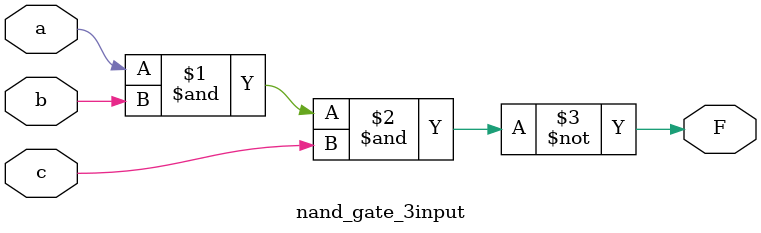
<source format=v>
module nand_gate_3input (
    input a, b, c,
    output F

);

assign F = ~(a & b & c);

endmodule
</source>
